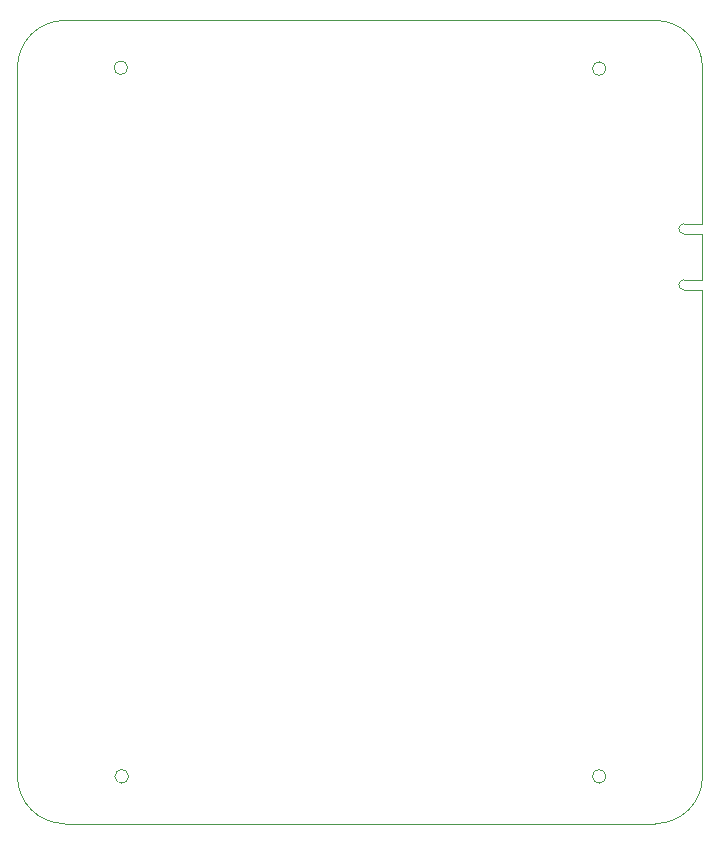
<source format=gbr>
%TF.GenerationSoftware,KiCad,Pcbnew,(5.1.9)-1*%
%TF.CreationDate,2021-01-20T19:31:44-08:00*%
%TF.ProjectId,STM32_BOB,53544d33-325f-4424-9f42-2e6b69636164,rev?*%
%TF.SameCoordinates,Original*%
%TF.FileFunction,Profile,NP*%
%FSLAX46Y46*%
G04 Gerber Fmt 4.6, Leading zero omitted, Abs format (unit mm)*
G04 Created by KiCad (PCBNEW (5.1.9)-1) date 2021-01-20 19:31:44*
%MOMM*%
%LPD*%
G01*
G04 APERTURE LIST*
%TA.AperFunction,Profile*%
%ADD10C,0.050000*%
%TD*%
%TA.AperFunction,Profile*%
%ADD11C,0.100000*%
%TD*%
G04 APERTURE END LIST*
D10*
X104402000Y-126000000D02*
G75*
G03*
X104402000Y-126000000I-576000J0D01*
G01*
X144826000Y-126000000D02*
G75*
G03*
X144826000Y-126000000I-576000J0D01*
G01*
X144826000Y-66076000D02*
G75*
G03*
X144826000Y-66076000I-576000J0D01*
G01*
X104326000Y-66000000D02*
G75*
G03*
X104326000Y-66000000I-576000J0D01*
G01*
X149000000Y-62000000D02*
G75*
G02*
X153000000Y-66000000I0J-4000000D01*
G01*
X95000000Y-66000000D02*
G75*
G02*
X99000000Y-62000000I4000000J0D01*
G01*
X99000000Y-62000000D02*
X149000000Y-62000000D01*
X99000000Y-130000000D02*
G75*
G02*
X95000000Y-126000000I0J4000000D01*
G01*
X153000000Y-126000000D02*
G75*
G02*
X149000000Y-130000000I-4000000J0D01*
G01*
X153000000Y-126000000D02*
X153000000Y-85750000D01*
X153000000Y-66000000D02*
X153000000Y-78250000D01*
X149000000Y-130000000D02*
X99000000Y-130000000D01*
X95000000Y-66000000D02*
X95000000Y-126000000D01*
D11*
%TO.C,J2*%
X153000000Y-85750000D02*
X153000000Y-84800000D01*
X151425000Y-84800000D02*
X153000000Y-84800000D01*
X151425000Y-83950000D02*
X153000000Y-83950000D01*
X153000000Y-83950000D02*
X153000000Y-80050000D01*
X151425000Y-80050000D02*
X153000000Y-80050000D01*
X151425000Y-79200000D02*
X153000000Y-79200000D01*
X153000000Y-79200000D02*
X153000000Y-78250000D01*
X151425000Y-79200000D02*
G75*
G03*
X151425000Y-80050000I0J-425000D01*
G01*
X151425000Y-83950000D02*
G75*
G03*
X151425000Y-84800000I0J-425000D01*
G01*
%TD*%
M02*

</source>
